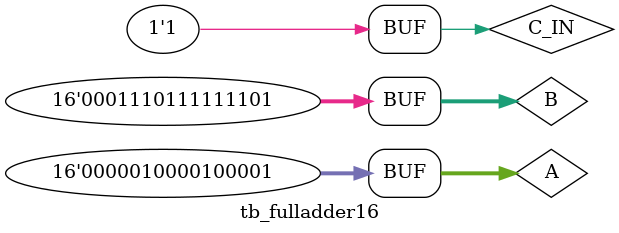
<source format=v>
module tb_fulladder16();
wire [15:0] SUM;
wire C_OUT;
reg [15:0] A;
reg [15:0] B;
reg C_IN;
fulladder16 m(.sum(SUM),
.c_out(C_OUT),
.a(A),
.b(B),
.c_in(C_IN));
initial
begin
A=16'd0; B=16'd0; C_IN=1'b0;
#5 A=16'd3; B=16'd4;
#5 A=16'd2; B=16'd5;
#5 A=16'd4; B=16'd5;
#5 A=16'd10; B=16'd15;
#5 A=16'd100; B=16'd575;
#5 A=16'd133; B=16'd463;
#5 A=16'd243; B=16'd574;
#5 A=16'd422; B=16'd5673;
#5 A=16'd1056; B=16'd1456;
#5 A=16'd1057; B=16'd7677; C_IN=1'b1;
end
endmodule

</source>
